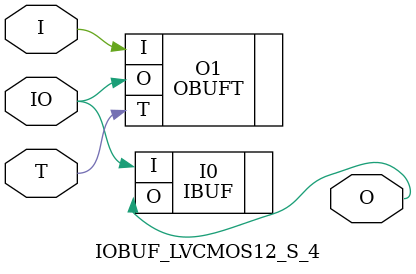
<source format=v>


`timescale  1 ps / 1 ps


module IOBUF_LVCMOS12_S_4 (O, IO, I, T);

    output O;

    inout  IO;

    input  I, T;

        OBUFT #(.IOSTANDARD("LVCMOS12"), .SLEW("SLOW"), .DRIVE(4)) O1 (.O(IO), .I(I), .T(T)); 
	IBUF #(.IOSTANDARD("LVCMOS12"))  I0 (.O(O), .I(IO));
        

endmodule



</source>
